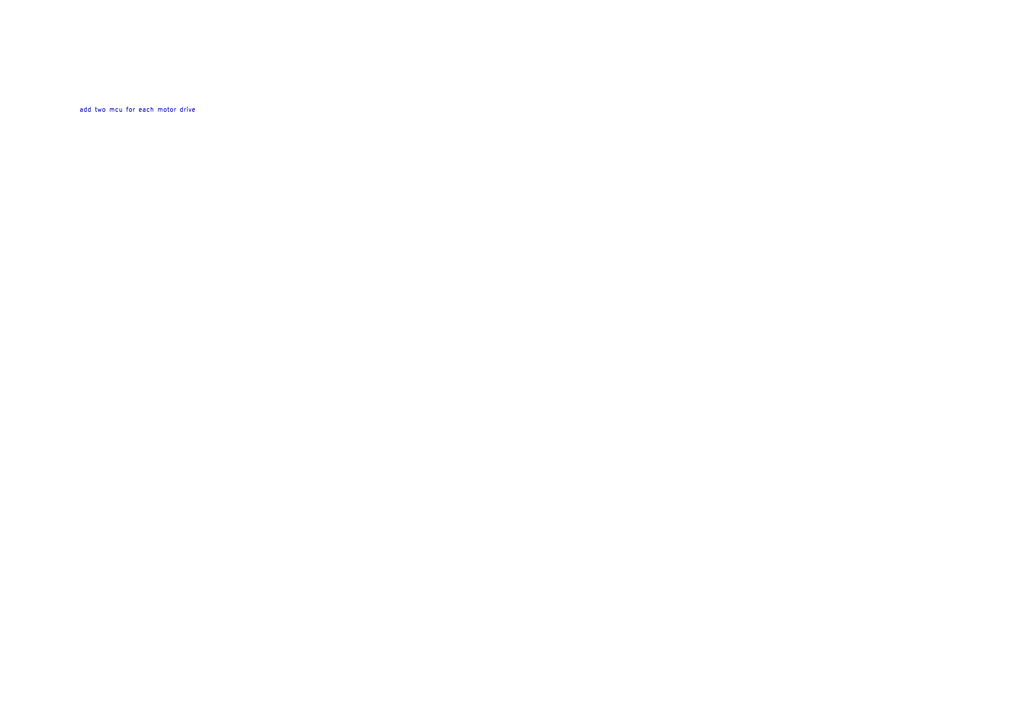
<source format=kicad_sch>
(kicad_sch
	(version 20250114)
	(generator "eeschema")
	(generator_version "9.0")
	(uuid "5e24e115-5854-4b65-9787-0f18fc1ffba8")
	(paper "A4")
	(lib_symbols)
	(text "add two mcu for each motor drive\n"
		(exclude_from_sim no)
		(at 39.878 32.004 0)
		(effects
			(font
				(size 1.27 1.27)
			)
		)
		(uuid "b5c79335-d2b5-4de0-9e06-ec3deea8be76")
	)
)

</source>
